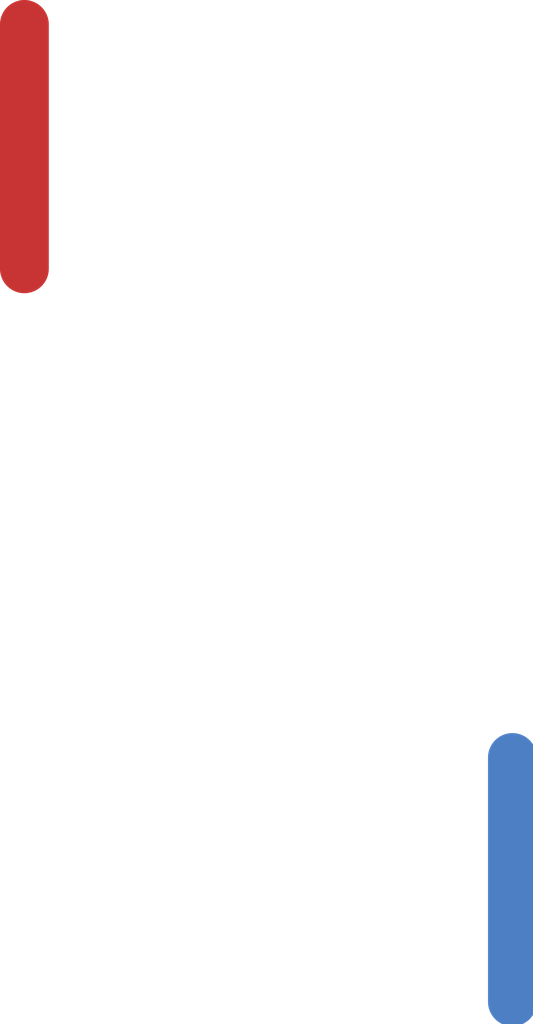
<source format=kicad_pcb>
(kicad_pcb (version 20221018) (generator pcbnew)

  (general
    (thickness 1.6)
  )

  (paper "A4")
  (layers
    (0 "F.Cu" signal)
    (31 "B.Cu" signal)
    (32 "B.Adhes" user "B.Adhesive")
    (33 "F.Adhes" user "F.Adhesive")
    (34 "B.Paste" user)
    (35 "F.Paste" user)
    (36 "B.SilkS" user "B.Silkscreen")
    (37 "F.SilkS" user "F.Silkscreen")
    (38 "B.Mask" user)
    (39 "F.Mask" user)
    (40 "Dwgs.User" user "User.Drawings")
    (41 "Cmts.User" user "User.Comments")
    (42 "Eco1.User" user "User.Eco1")
    (43 "Eco2.User" user "User.Eco2")
    (44 "Edge.Cuts" user)
    (45 "Margin" user)
    (46 "B.CrtYd" user "B.Courtyard")
    (47 "F.CrtYd" user "F.Courtyard")
    (48 "B.Fab" user)
    (49 "F.Fab" user)
    (50 "User.1" user)
    (51 "User.2" user)
    (52 "User.3" user)
    (53 "User.4" user)
    (54 "User.5" user)
    (55 "User.6" user)
    (56 "User.7" user)
    (57 "User.8" user)
    (58 "User.9" user)
  )

  (setup
    (pad_to_mask_clearance 0)
    (pcbplotparams
      (layerselection 0x00010fc_ffffffff)
      (plot_on_all_layers_selection 0x0000000_00000000)
      (disableapertmacros false)
      (usegerberextensions false)
      (usegerberattributes true)
      (usegerberadvancedattributes true)
      (creategerberjobfile true)
      (dashed_line_dash_ratio 12.000000)
      (dashed_line_gap_ratio 3.000000)
      (svgprecision 4)
      (plotframeref false)
      (viasonmask false)
      (mode 1)
      (useauxorigin false)
      (hpglpennumber 1)
      (hpglpenspeed 20)
      (hpglpendiameter 15.000000)
      (dxfpolygonmode true)
      (dxfimperialunits true)
      (dxfusepcbnewfont true)
      (psnegative false)
      (psa4output false)
      (plotreference true)
      (plotvalue true)
      (plotinvisibletext false)
      (sketchpadsonfab false)
      (subtractmaskfromsilk false)
      (outputformat 1)
      (mirror false)
      (drillshape 1)
      (scaleselection 1)
      (outputdirectory "")
    )
  )

  (net 0 "")

  (segment (start -1 -1) (end -1 -2) (width 0.2) (layer "F.Cu") (net 0) (tstamp 7e4e3b0f-1e2f-4c1e-911f-8ce438a9af4c))
  (segment (start 1 1) (end 1 2) (width 0.2) (layer "B.Cu") (net 0) (tstamp 8d6bbc4f-e172-415f-8450-d862deba0c54))

)

</source>
